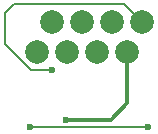
<source format=gtl>
G04 #@! TF.GenerationSoftware,KiCad,Pcbnew,(5.1.9)-1*
G04 #@! TF.CreationDate,2023-02-03T01:35:12+01:00*
G04 #@! TF.ProjectId,Prog,50726f67-2e6b-4696-9361-645f70636258,rev?*
G04 #@! TF.SameCoordinates,PXd59f80PYd59f80*
G04 #@! TF.FileFunction,Copper,L1,Top*
G04 #@! TF.FilePolarity,Positive*
%FSLAX46Y46*%
G04 Gerber Fmt 4.6, Leading zero omitted, Abs format (unit mm)*
G04 Created by KiCad (PCBNEW (5.1.9)-1) date 2023-02-03 01:35:12*
%MOMM*%
%LPD*%
G01*
G04 APERTURE LIST*
G04 #@! TA.AperFunction,ComponentPad*
%ADD10C,2.000000*%
G04 #@! TD*
G04 #@! TA.AperFunction,ViaPad*
%ADD11C,0.600000*%
G04 #@! TD*
G04 #@! TA.AperFunction,Conductor*
%ADD12C,0.300000*%
G04 #@! TD*
G04 #@! TA.AperFunction,Conductor*
%ADD13C,0.200000*%
G04 #@! TD*
G04 APERTURE END LIST*
D10*
X15955000Y-33070000D03*
X17225000Y-30530000D03*
X21035000Y-33070000D03*
X22305000Y-30530000D03*
X24845000Y-30530000D03*
X23575000Y-33070000D03*
X19765000Y-30530000D03*
X18495000Y-33070000D03*
D11*
X18350000Y-38850000D03*
X17200000Y-34600000D03*
X25350000Y-39450000D03*
X15350000Y-39450000D03*
D12*
X23575000Y-33070000D02*
X23575000Y-37425000D01*
X22150000Y-38850000D02*
X18350000Y-38850000D01*
X23575000Y-37425000D02*
X22150000Y-38850000D01*
D13*
X17200000Y-34600000D02*
X15400000Y-34600000D01*
X15400000Y-34600000D02*
X13200000Y-32400000D01*
X13200000Y-32400000D02*
X13200000Y-29800000D01*
X13200000Y-29800000D02*
X14000000Y-29000000D01*
X23315000Y-29000000D02*
X24845000Y-30530000D01*
X14000000Y-29000000D02*
X23315000Y-29000000D01*
X15350000Y-39450000D02*
X25350000Y-39450000D01*
M02*

</source>
